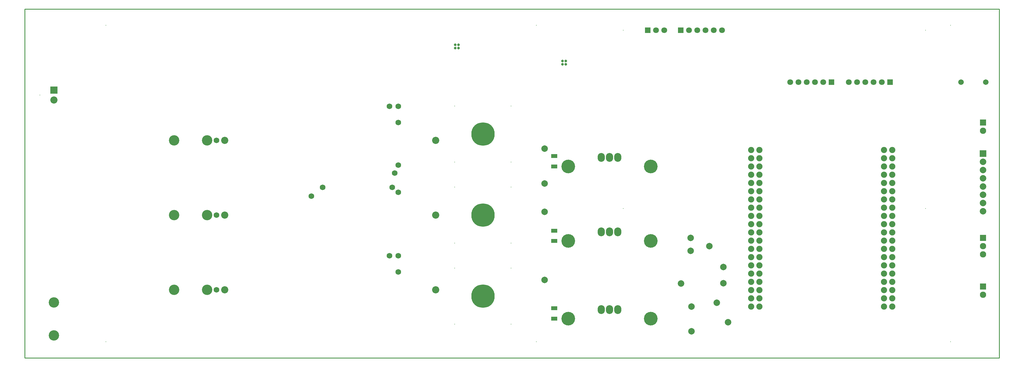
<source format=gbs>
G04 Layer_Color=16711935*
%FSLAX43Y43*%
%MOMM*%
G71*
G01*
G75*
%ADD42C,0.254*%
%ADD100R,1.903X1.203*%
%ADD108O,2.203X2.703*%
%ADD109C,7.203*%
%ADD110C,0.203*%
%ADD111C,1.727*%
%ADD112C,2.203*%
%ADD113C,3.203*%
%ADD114C,1.803*%
%ADD115R,1.803X1.803*%
%ADD116C,1.703*%
%ADD119C,1.903*%
%ADD120C,1.953*%
%ADD121R,1.953X1.953*%
%ADD122C,4.203*%
%ADD123R,2.203X2.203*%
%ADD124R,0.203X0.203*%
%ADD125R,2.003X2.003*%
%ADD126C,2.003*%
%ADD127C,0.803*%
D42*
X0Y0D02*
Y107500D01*
X300000D01*
Y0D02*
Y107500D01*
X0Y0D02*
X300000D01*
D100*
X163000Y12100D02*
D03*
Y15300D02*
D03*
Y36000D02*
D03*
Y39200D02*
D03*
Y62200D02*
D03*
Y59000D02*
D03*
D108*
X177450Y61800D02*
D03*
X180000D02*
D03*
X182550D02*
D03*
X177450Y14900D02*
D03*
X180000D02*
D03*
X182550D02*
D03*
Y38800D02*
D03*
X180000D02*
D03*
X177450D02*
D03*
D109*
X141000Y44000D02*
D03*
Y69000D02*
D03*
Y19000D02*
D03*
D110*
X132350Y35350D02*
D03*
X149650Y52650D02*
D03*
Y35350D02*
D03*
X132350Y52650D02*
D03*
Y77650D02*
D03*
X149650Y60350D02*
D03*
Y77650D02*
D03*
X132350Y60350D02*
D03*
X25000Y102500D02*
D03*
X184250Y101000D02*
D03*
Y46000D02*
D03*
X277250D02*
D03*
X277250Y101000D02*
D03*
X25000Y5000D02*
D03*
X157500Y5000D02*
D03*
X285000Y5000D02*
D03*
Y102500D02*
D03*
X157500D02*
D03*
X132350Y27650D02*
D03*
X149650Y10350D02*
D03*
Y27650D02*
D03*
X132350Y10350D02*
D03*
D111*
X112250Y77500D02*
D03*
X115000Y72500D02*
D03*
Y77500D02*
D03*
X59000Y67000D02*
D03*
X115000Y51000D02*
D03*
X113880Y56970D02*
D03*
X113120Y52570D02*
D03*
X115000Y59380D02*
D03*
X91680Y52570D02*
D03*
X59000Y44000D02*
D03*
X88200Y49800D02*
D03*
X59000Y21000D02*
D03*
X115000Y31500D02*
D03*
Y26500D02*
D03*
X112250Y31500D02*
D03*
D112*
X126500Y67000D02*
D03*
X61500D02*
D03*
X9000Y79500D02*
D03*
X126500Y21000D02*
D03*
X61500D02*
D03*
X126500Y44000D02*
D03*
X61500D02*
D03*
D113*
X56080Y67000D02*
D03*
X45920D02*
D03*
X9000Y17080D02*
D03*
Y6920D02*
D03*
X56080Y21000D02*
D03*
X45920D02*
D03*
X56080Y44000D02*
D03*
X45920D02*
D03*
D114*
X235650Y85000D02*
D03*
X240730D02*
D03*
X245810D02*
D03*
X243270D02*
D03*
X238190D02*
D03*
X196830Y101000D02*
D03*
X194290D02*
D03*
X214610D02*
D03*
X209530D02*
D03*
X204450D02*
D03*
X206990D02*
D03*
X212070D02*
D03*
X256190Y85000D02*
D03*
X261270D02*
D03*
X263810D02*
D03*
X258730D02*
D03*
X253650D02*
D03*
D115*
X248350D02*
D03*
X191750Y101000D02*
D03*
X201910D02*
D03*
X266350Y85000D02*
D03*
D116*
X295800D02*
D03*
X288200D02*
D03*
D119*
X264460Y64100D02*
D03*
Y61560D02*
D03*
Y59020D02*
D03*
Y56480D02*
D03*
Y53940D02*
D03*
Y51400D02*
D03*
Y48860D02*
D03*
Y46320D02*
D03*
Y43780D02*
D03*
Y41240D02*
D03*
Y38700D02*
D03*
Y36160D02*
D03*
Y33620D02*
D03*
Y31080D02*
D03*
Y28540D02*
D03*
Y26000D02*
D03*
Y23460D02*
D03*
Y20920D02*
D03*
Y18380D02*
D03*
Y15840D02*
D03*
X267000Y64100D02*
D03*
Y61560D02*
D03*
Y59020D02*
D03*
Y56480D02*
D03*
Y53940D02*
D03*
Y51400D02*
D03*
Y48860D02*
D03*
Y46320D02*
D03*
Y43780D02*
D03*
Y41240D02*
D03*
Y38700D02*
D03*
Y36160D02*
D03*
Y33620D02*
D03*
Y31080D02*
D03*
Y28540D02*
D03*
Y26000D02*
D03*
Y23460D02*
D03*
Y20920D02*
D03*
Y18380D02*
D03*
Y15840D02*
D03*
X226100D02*
D03*
Y18380D02*
D03*
Y20920D02*
D03*
Y23460D02*
D03*
Y26000D02*
D03*
Y28540D02*
D03*
Y31080D02*
D03*
Y33620D02*
D03*
Y36160D02*
D03*
Y38700D02*
D03*
Y41240D02*
D03*
Y43780D02*
D03*
Y46320D02*
D03*
Y48860D02*
D03*
Y51400D02*
D03*
Y53940D02*
D03*
Y56480D02*
D03*
Y59020D02*
D03*
Y61560D02*
D03*
Y64100D02*
D03*
X223560Y15840D02*
D03*
Y18380D02*
D03*
Y20920D02*
D03*
Y23460D02*
D03*
Y26000D02*
D03*
Y28540D02*
D03*
Y31080D02*
D03*
Y33620D02*
D03*
Y36160D02*
D03*
Y38700D02*
D03*
Y41240D02*
D03*
Y43780D02*
D03*
Y46320D02*
D03*
Y48860D02*
D03*
Y51400D02*
D03*
Y53940D02*
D03*
Y56480D02*
D03*
Y59020D02*
D03*
Y61560D02*
D03*
Y64100D02*
D03*
D120*
X295000Y31920D02*
D03*
Y34460D02*
D03*
Y69960D02*
D03*
Y19460D02*
D03*
D121*
Y37000D02*
D03*
Y72500D02*
D03*
Y22000D02*
D03*
D122*
X192700Y12100D02*
D03*
X167300D02*
D03*
X192700Y59000D02*
D03*
X167300D02*
D03*
Y36000D02*
D03*
X192700D02*
D03*
D123*
X9000Y82500D02*
D03*
D124*
X4680Y81000D02*
D03*
D125*
X295000Y63000D02*
D03*
D126*
X205200Y15800D02*
D03*
X160000Y45000D02*
D03*
Y64500D02*
D03*
X210700Y34400D02*
D03*
X160000Y53700D02*
D03*
X205000Y33000D02*
D03*
X160000Y24000D02*
D03*
X205000Y37000D02*
D03*
X215000Y28000D02*
D03*
X216500Y11000D02*
D03*
X205200Y8200D02*
D03*
X215000Y23000D02*
D03*
X202000Y22900D02*
D03*
X213000Y17000D02*
D03*
X295000Y60460D02*
D03*
Y57920D02*
D03*
Y55380D02*
D03*
Y52840D02*
D03*
Y50300D02*
D03*
Y47760D02*
D03*
Y45220D02*
D03*
D127*
X133500Y95500D02*
D03*
X132500D02*
D03*
X133500Y96500D02*
D03*
X132500D02*
D03*
X165500Y91500D02*
D03*
X166500D02*
D03*
X165500Y90500D02*
D03*
X166500D02*
D03*
M02*

</source>
